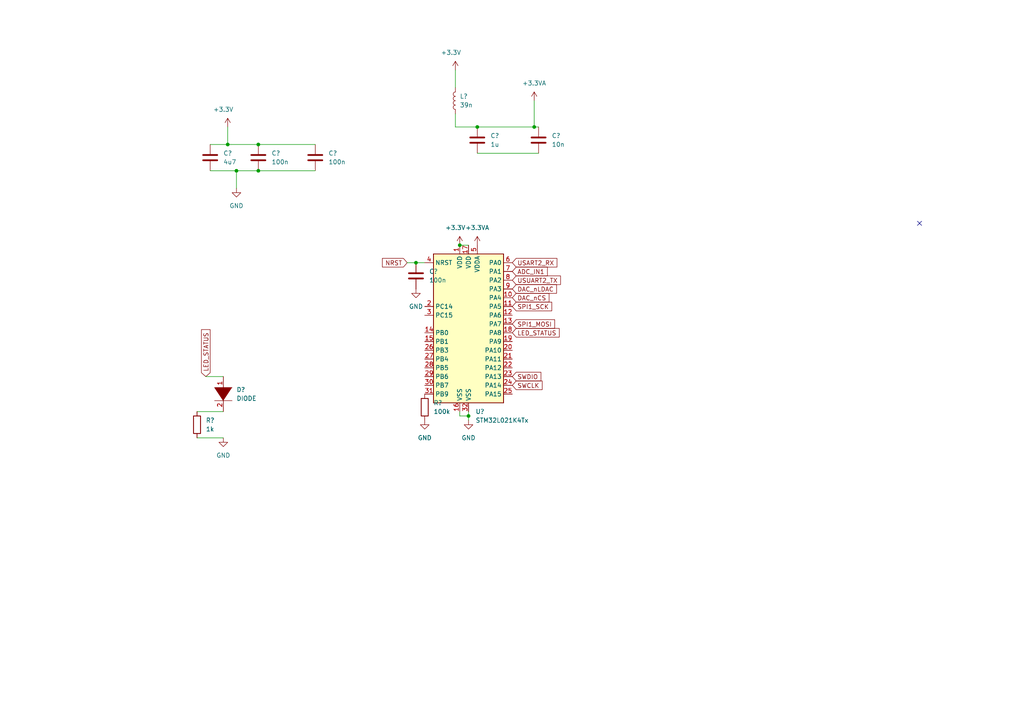
<source format=kicad_sch>
(kicad_sch (version 20211123) (generator eeschema)
  (paper "A4")
  (lib_symbols
    (symbol "Device:C" (pin_numbers hide) (pin_names (offset 0.254))
      (property "Reference" "C" (at 0.635 2.54 0))
      (property "Value" "C" (at 0.635 -2.54 0))
      (symbol "C_0_1"
        (polyline (pts (xy -2.032 -0.762) (xy 2.032 -0.762)) (stroke (width 0.508)))
        (polyline (pts (xy -2.032 0.762) (xy 2.032 0.762)) (stroke (width 0.508)))
      )
      (symbol "C_1_1"
        (pin passive line (at 0 3.81 270) (length 2.794) (name "~") (number "1"))
        (pin passive line (at 0 -3.81 90) (length 2.794) (name "~") (number "2"))
      )
    )
    (symbol "Device:L" (pin_numbers hide) (pin_names (offset 1.016) hide)
      (property "Reference" "L" (at -1.27 0 90))
      (property "Value" "L" (at 1.905 0 90))
      (symbol "L_0_1"
        (arc (start 0 -2.54) (mid 0.635 -1.905) (end 0 -1.27))
        (arc (start 0 -1.27) (mid 0.635 -0.635) (end 0 0))
        (arc (start 0 0) (mid 0.635 0.635) (end 0 1.27))
        (arc (start 0 1.27) (mid 0.635 1.905) (end 0 2.54))
      )
      (symbol "L_1_1"
        (pin passive line (at 0 3.81 270) (length 1.27) (name "1") (number "1"))
        (pin passive line (at 0 -3.81 90) (length 1.27) (name "2") (number "2"))
      )
    )
    (symbol "Device:R" (pin_numbers hide) (pin_names (offset 0))
      (property "Reference" "R" (at 2.032 0 90))
      (property "Value" "R" (at 0 0 90))
      (symbol "R_0_1"
        (rectangle (start -1.016 -2.54) (end 1.016 2.54) (stroke (width 0.254)))
      )
      (symbol "R_1_1"
        (pin passive line (at 0 3.81 270) (length 1.27) (name "~") (number "1"))
        (pin passive line (at 0 -3.81 90) (length 1.27) (name "~") (number "2"))
      )
    )
    (symbol "MCU_ST_STM32L0:STM32L021K4Tx"
      (property "Reference" "U" (at -10.16 21.59 0))
      (property "Value" "STM32L021K4Tx" (at 5.08 21.59 0))
      (symbol "STM32L021K4Tx_0_1"
        (rectangle (start -10.16 -22.86) (end 10.16 20.32) (stroke (width 0.254)) (fill (type background)))
      )
      (symbol "STM32L021K4Tx_1_1"
        (pin power_in line (at -2.54 22.86 270) (length 2.54) (name "VDD") (number "1"))
        (pin bidirectional line (at 12.7 7.62 180) (length 2.54) (name "PA4") (number "10"))
        (pin bidirectional line (at 12.7 5.08 180) (length 2.54) (name "PA5") (number "11"))
        (pin bidirectional line (at 12.7 2.54 180) (length 2.54) (name "PA6") (number "12"))
        (pin bidirectional line (at 12.7 0 180) (length 2.54) (name "PA7") (number "13"))
        (pin bidirectional line (at -12.7 -2.54 0) (length 2.54) (name "PB0") (number "14"))
        (pin bidirectional line (at -12.7 -5.08 0) (length 2.54) (name "PB1") (number "15"))
        (pin power_in line (at -2.54 -25.4 90) (length 2.54) (name "VSS") (number "16"))
        (pin power_in line (at 0 22.86 270) (length 2.54) (name "VDD") (number "17"))
        (pin bidirectional line (at 12.7 -2.54 180) (length 2.54) (name "PA8") (number "18"))
        (pin bidirectional line (at 12.7 -5.08 180) (length 2.54) (name "PA9") (number "19"))
        (pin bidirectional line (at -12.7 5.08 0) (length 2.54) (name "PC14") (number "2"))
        (pin bidirectional line (at 12.7 -7.62 180) (length 2.54) (name "PA10") (number "20"))
        (pin bidirectional line (at 12.7 -10.16 180) (length 2.54) (name "PA11") (number "21"))
        (pin bidirectional line (at 12.7 -12.7 180) (length 2.54) (name "PA12") (number "22"))
        (pin bidirectional line (at 12.7 -15.24 180) (length 2.54) (name "PA13") (number "23"))
        (pin bidirectional line (at 12.7 -17.78 180) (length 2.54) (name "PA14") (number "24"))
        (pin bidirectional line (at 12.7 -20.32 180) (length 2.54) (name "PA15") (number "25"))
        (pin bidirectional line (at -12.7 -7.62 0) (length 2.54) (name "PB3") (number "26"))
        (pin bidirectional line (at -12.7 -10.16 0) (length 2.54) (name "PB4") (number "27"))
        (pin bidirectional line (at -12.7 -12.7 0) (length 2.54) (name "PB5") (number "28"))
        (pin bidirectional line (at -12.7 -15.24 0) (length 2.54) (name "PB6") (number "29"))
        (pin bidirectional line (at -12.7 2.54 0) (length 2.54) (name "PC15") (number "3"))
        (pin bidirectional line (at -12.7 -17.78 0) (length 2.54) (name "PB7") (number "30"))
        (pin bidirectional line (at -12.7 -20.32 0) (length 2.54) (name "PB9") (number "31"))
        (pin power_in line (at 0 -25.4 90) (length 2.54) (name "VSS") (number "32"))
        (pin input line (at -12.7 17.78 0) (length 2.54) (name "NRST") (number "4"))
        (pin power_in line (at 2.54 22.86 270) (length 2.54) (name "VDDA") (number "5"))
        (pin bidirectional line (at 12.7 17.78 180) (length 2.54) (name "PA0") (number "6"))
        (pin bidirectional line (at 12.7 15.24 180) (length 2.54) (name "PA1") (number "7"))
        (pin bidirectional line (at 12.7 12.7 180) (length 2.54) (name "PA2") (number "8"))
        (pin bidirectional line (at 12.7 10.16 180) (length 2.54) (name "PA3") (number "9"))
      )
    )
    (symbol "power:+3.3V" (power) (pin_names (offset 0))
      (property "Value" "+3.3V" (at 0 3.556 0))
      (symbol "+3.3V_0_1"
        (polyline (pts (xy -0.762 1.27) (xy 0 2.54)))
        (polyline (pts (xy 0 0) (xy 0 2.54)))
        (polyline (pts (xy 0 2.54) (xy 0.762 1.27)))
      )
      (symbol "+3.3V_1_1"
        (pin power_in line (at 0 0 90) (length 0) hide (name "+3.3V") (number "1"))
      )
    )
    (symbol "power:+3.3VA" (power) (pin_names (offset 0))
      (property "Value" "+3.3VA" (at 0 3.556 0))
      (symbol "+3.3VA_0_1"
        (polyline (pts (xy -0.762 1.27) (xy 0 2.54)))
        (polyline (pts (xy 0 0) (xy 0 2.54)))
        (polyline (pts (xy 0 2.54) (xy 0.762 1.27)))
      )
      (symbol "+3.3VA_1_1"
        (pin power_in line (at 0 0 90) (length 0) hide (name "+3.3VA") (number "1"))
      )
    )
    (symbol "power:GND" (power) (pin_names (offset 0))
      (property "Value" "GND" (at 0 -3.81 0))
      (symbol "GND_0_1"
        (polyline (pts (xy 0 0) (xy 0 -1.27) (xy 1.27 -1.27) (xy 0 -2.54) (xy -1.27 -1.27) (xy 0 -1.27)))
      )
      (symbol "GND_1_1"
        (pin power_in line (at 0 0 270) (length 0) hide (name "GND") (number "1"))
      )
    )
    (symbol "pspice:DIODE" (pin_names (offset 1.016) hide)
      (property "Reference" "D" (at 0 3.81 0))
      (property "Value" "DIODE" (at 0 -4.445 0))
      (symbol "DIODE_0_1"
        (polyline (pts (xy 1.905 2.54) (xy 1.905 -2.54)))
        (polyline (pts (xy -1.905 2.54) (xy -1.905 -2.54) (xy 1.905 0)) (fill (type outline)))
      )
      (symbol "DIODE_1_1"
        (pin input line (at -5.08 0 0) (length 3.81) (name "K") (number "1"))
        (pin input line (at 5.08 0 180) (length 3.81) (name "A") (number "2"))
      )
    )
  )
  (junction (at 74.93 49.53))
  (junction (at 154.94 36.83))
  (junction (at 74.93 41.91))
  (junction (at 138.43 36.83))
  (junction (at 135.89 120.65))
  (junction (at 120.65 76.2))
  (junction (at 68.58 49.53))
  (junction (at 133.35 71.12))
  (junction (at 66.04 41.91))
  (no_connect (at 266.7 64.77))
  (wire (pts (xy 135.89 121.92) (xy 135.89 120.65)))
  (wire (pts (xy 74.93 41.91) (xy 91.44 41.91)))
  (wire (pts (xy 135.89 120.65) (xy 135.89 119.38)))
  (wire (pts (xy 154.94 36.83) (xy 156.21 36.83)))
  (wire (pts (xy 120.65 76.2) (xy 123.19 76.2)))
  (wire (pts (xy 138.43 44.45) (xy 156.21 44.45)))
  (wire (pts (xy 60.96 41.91) (xy 66.04 41.91)))
  (wire (pts (xy 132.08 36.83) (xy 138.43 36.83)))
  (wire (pts (xy 133.35 71.12) (xy 135.89 71.12)))
  (wire (pts (xy 138.43 36.83) (xy 154.94 36.83)))
  (wire (pts (xy 154.94 29.21) (xy 154.94 36.83)))
  (wire (pts (xy 133.35 120.65) (xy 135.89 120.65)))
  (wire (pts (xy 132.08 20.32) (xy 132.08 25.4)))
  (wire (pts (xy 132.08 33.02) (xy 132.08 36.83)))
  (wire (pts (xy 59.69 109.22) (xy 64.77 109.22)))
  (wire (pts (xy 118.11 76.2) (xy 120.65 76.2)))
  (wire (pts (xy 57.15 119.38) (xy 64.77 119.38)))
  (wire (pts (xy 57.15 127) (xy 64.77 127)))
  (wire (pts (xy 66.04 36.83) (xy 66.04 41.91)))
  (wire (pts (xy 74.93 49.53) (xy 91.44 49.53)))
  (wire (pts (xy 133.35 120.65) (xy 133.35 119.38)))
  (wire (pts (xy 68.58 49.53) (xy 68.58 54.61)))
  (wire (pts (xy 68.58 49.53) (xy 74.93 49.53)))
  (wire (pts (xy 60.96 49.53) (xy 68.58 49.53)))
  (wire (pts (xy 66.04 41.91) (xy 74.93 41.91)))
  (global_label "NRST" (shape input) (at 118.11 76.2 180) (property "Intersheet References" "${INTERSHEET_REFS}" (effects hide)))
  (global_label "LED_STATUS" (shape input) (at 59.69 109.22 90) (property "Intersheet References" "${INTERSHEET_REFS}" (effects hide)))
  (global_label "USART2_RX" (shape input) (at 148.59 76.2 0) (property "Intersheet References" "${INTERSHEET_REFS}" (effects hide)))
  (global_label "USUART2_TX" (shape input) (at 148.59 81.28 0) (property "Intersheet References" "${INTERSHEET_REFS}" (effects hide)))
  (global_label "SPI1_MOSI" (shape input) (at 148.59 93.98 0) (property "Intersheet References" "${INTERSHEET_REFS}" (effects hide)))
  (global_label "DAC_nLDAC" (shape input) (at 148.59 83.82 0) (property "Intersheet References" "${INTERSHEET_REFS}" (effects hide)))
  (global_label "SWCLK" (shape input) (at 148.59 111.76 0) (property "Intersheet References" "${INTERSHEET_REFS}" (effects hide)))
  (global_label "LED_STATUS" (shape input) (at 148.59 96.52 0) (property "Intersheet References" "${INTERSHEET_REFS}" (effects hide)))
  (global_label "SWDIO" (shape input) (at 148.59 109.22 0) (property "Intersheet References" "${INTERSHEET_REFS}" (effects hide)))
  (global_label "SPI1_SCK" (shape input) (at 148.59 88.9 0) (property "Intersheet References" "${INTERSHEET_REFS}" (effects hide)))
  (global_label "DAC_nCS" (shape input) (at 148.59 86.36 0) (property "Intersheet References" "${INTERSHEET_REFS}" (effects hide)))
  (global_label "ADC_IN1" (shape input) (at 148.59 78.74 0) (property "Intersheet References" "${INTERSHEET_REFS}" (effects hide)))
  (symbol (lib_id "power:GND") (at 123.19 121.92 0) (unit 1)
    (property "Reference" "#PWR?" (effects hide))
    (property "Value" "GND" (at 123.19 127 0))
  )
  (symbol (lib_id "power:+3.3V") (at 133.35 71.12 0) (unit 1)
    (property "Reference" "#PWR?" (effects hide))
    (property "Value" "+3.3V" (at 132.08 66.04 0))
  )
  (symbol (lib_id "MCU_ST_STM32L0:STM32L021K4Tx") (at 135.89 93.98 0) (unit 1)
    (property "Reference" "U?" (at 137.9094 119.38 0) (effects (justify left)))
    (property "Value" "STM32L021K4Tx" (at 137.9094 121.92 0) (effects (justify left)))
    (property "Footprint" "Package_QFP:LQFP-32_7x7mm_P0.8mm" (effects hide))
    (property "Datasheet" "http://www.st.com/st-web-ui/static/active/en/resource/technical/document/datasheet/DM00206858.pdf" (effects hide))
  )
  (symbol (lib_id "Device:R") (at 123.19 118.11 0) (unit 1)
    (property "Reference" "R?" (at 125.73 116.8399 0) (effects (justify left)))
    (property "Value" "100k" (at 125.73 119.3799 0) (effects (justify left)))
  )
  (symbol (lib_id "Device:C") (at 120.65 80.01 0) (unit 1)
    (property "Reference" "C?" (at 124.46 78.7399 0) (effects (justify left)))
    (property "Value" "100n" (at 124.46 81.2799 0) (effects (justify left)))
  )
  (symbol (lib_id "power:+3.3VA") (at 154.94 29.21 0) (unit 1)
    (property "Reference" "#PWR?" (effects hide))
    (property "Value" "+3.3VA" (at 154.94 24.13 0))
  )
  (symbol (lib_id "power:GND") (at 120.65 83.82 0) (unit 1)
    (property "Reference" "#PWR?" (effects hide))
    (property "Value" "GND" (at 120.65 88.9 0))
  )
  (symbol (lib_id "power:+3.3VA") (at 138.43 71.12 0) (unit 1)
    (property "Reference" "#PWR?" (effects hide))
    (property "Value" "+3.3VA" (at 138.43 66.04 0))
  )
  (symbol (lib_id "Device:C") (at 156.21 40.64 0) (unit 1)
    (property "Reference" "C?" (at 160.02 39.3699 0) (effects (justify left)))
    (property "Value" "10n" (at 160.02 41.9099 0) (effects (justify left)))
  )
  (symbol (lib_id "power:GND") (at 68.58 54.61 0) (unit 1)
    (property "Reference" "#PWR?" (effects hide))
    (property "Value" "GND" (at 68.58 59.69 0))
  )
  (symbol (lib_id "Device:C") (at 74.93 45.72 0) (unit 1)
    (property "Reference" "C?" (at 78.74 44.4499 0) (effects (justify left)))
    (property "Value" "100n" (at 78.74 46.9899 0) (effects (justify left)))
  )
  (symbol (lib_id "power:+3.3V") (at 132.08 20.32 0) (unit 1)
    (property "Reference" "#PWR?" (effects hide))
    (property "Value" "+3.3V" (at 130.81 15.24 0))
  )
  (symbol (lib_id "Device:R") (at 57.15 123.19 0) (unit 1)
    (property "Reference" "R?" (at 59.69 121.9199 0) (effects (justify left)))
    (property "Value" "1k" (at 59.69 124.4599 0) (effects (justify left)))
  )
  (symbol (lib_id "Device:C") (at 91.44 45.72 0) (unit 1)
    (property "Reference" "C?" (at 95.25 44.4499 0) (effects (justify left)))
    (property "Value" "100n" (at 95.25 46.9899 0) (effects (justify left)))
  )
  (symbol (lib_id "Device:C") (at 60.96 45.72 0) (unit 1)
    (property "Reference" "C?" (at 64.77 44.4499 0) (effects (justify left)))
    (property "Value" "4u7" (at 64.77 46.9899 0) (effects (justify left)))
  )
  (symbol (lib_id "power:GND") (at 64.77 127 0) (unit 1)
    (property "Reference" "#PWR?" (effects hide))
    (property "Value" "GND" (at 64.77 132.08 0))
  )
  (symbol (lib_id "power:GND") (at 135.89 121.92 0) (unit 1)
    (property "Reference" "#PWR?" (effects hide))
    (property "Value" "GND" (at 135.89 127 0))
  )
  (symbol (lib_id "power:+3.3V") (at 66.04 36.83 0) (unit 1)
    (property "Reference" "#PWR?" (effects hide))
    (property "Value" "+3.3V" (at 64.77 31.75 0))
  )
  (symbol (lib_id "pspice:DIODE") (at 64.77 114.3 270) (unit 1)
    (property "Reference" "D?" (at 68.58 113.0299 90) (effects (justify left)))
    (property "Value" "DIODE" (at 68.58 115.5699 90) (effects (justify left)))
  )
  (symbol (lib_id "Device:C") (at 138.43 40.64 0) (unit 1)
    (property "Reference" "C?" (at 142.24 39.3699 0) (effects (justify left)))
    (property "Value" "1u" (at 142.24 41.9099 0) (effects (justify left)))
  )
  (symbol (lib_id "Device:L") (at 132.08 29.21 180) (unit 1)
    (property "Reference" "L?" (at 133.35 27.9399 0) (effects (justify right)))
    (property "Value" "39n" (at 133.35 30.4799 0) (effects (justify right)))
  )
)
</source>
